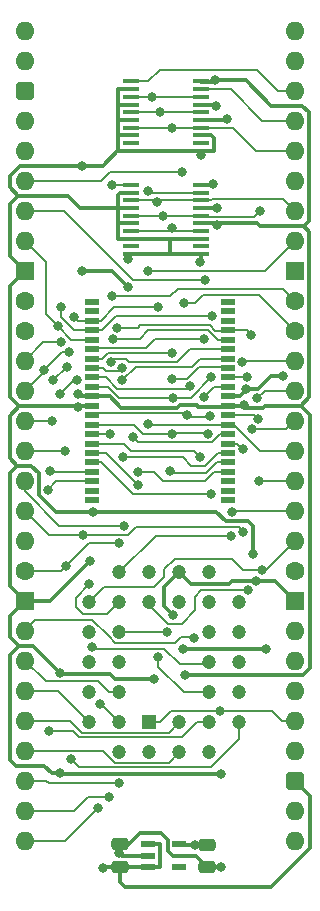
<source format=gtl>
%TF.GenerationSoftware,KiCad,Pcbnew,8.0.7*%
%TF.CreationDate,2025-01-03T14:28:41+02:00*%
%TF.ProjectId,HCP65 MPU Memory,48435036-3520-44d5-9055-204d656d6f72,V1*%
%TF.SameCoordinates,Original*%
%TF.FileFunction,Copper,L1,Top*%
%TF.FilePolarity,Positive*%
%FSLAX46Y46*%
G04 Gerber Fmt 4.6, Leading zero omitted, Abs format (unit mm)*
G04 Created by KiCad (PCBNEW 8.0.7) date 2025-01-03 14:28:41*
%MOMM*%
%LPD*%
G01*
G04 APERTURE LIST*
G04 Aperture macros list*
%AMRoundRect*
0 Rectangle with rounded corners*
0 $1 Rounding radius*
0 $2 $3 $4 $5 $6 $7 $8 $9 X,Y pos of 4 corners*
0 Add a 4 corners polygon primitive as box body*
4,1,4,$2,$3,$4,$5,$6,$7,$8,$9,$2,$3,0*
0 Add four circle primitives for the rounded corners*
1,1,$1+$1,$2,$3*
1,1,$1+$1,$4,$5*
1,1,$1+$1,$6,$7*
1,1,$1+$1,$8,$9*
0 Add four rect primitives between the rounded corners*
20,1,$1+$1,$2,$3,$4,$5,0*
20,1,$1+$1,$4,$5,$6,$7,0*
20,1,$1+$1,$6,$7,$8,$9,0*
20,1,$1+$1,$8,$9,$2,$3,0*%
G04 Aperture macros list end*
%TA.AperFunction,ComponentPad*%
%ADD10R,1.200000X1.200000*%
%TD*%
%TA.AperFunction,ComponentPad*%
%ADD11C,1.200000*%
%TD*%
%TA.AperFunction,SMDPad,CuDef*%
%ADD12R,1.150000X0.600000*%
%TD*%
%TA.AperFunction,SMDPad,CuDef*%
%ADD13RoundRect,0.250000X0.475000X-0.250000X0.475000X0.250000X-0.475000X0.250000X-0.475000X-0.250000X0*%
%TD*%
%TA.AperFunction,SMDPad,CuDef*%
%ADD14R,1.475000X0.450000*%
%TD*%
%TA.AperFunction,ComponentPad*%
%ADD15O,1.600000X1.600000*%
%TD*%
%TA.AperFunction,ComponentPad*%
%ADD16RoundRect,0.400000X-0.400000X-0.400000X0.400000X-0.400000X0.400000X0.400000X-0.400000X0.400000X0*%
%TD*%
%TA.AperFunction,ComponentPad*%
%ADD17R,1.600000X1.600000*%
%TD*%
%TA.AperFunction,ComponentPad*%
%ADD18C,1.600000*%
%TD*%
%TA.AperFunction,SMDPad,CuDef*%
%ADD19RoundRect,0.250000X-0.475000X0.250000X-0.475000X-0.250000X0.475000X-0.250000X0.475000X0.250000X0*%
%TD*%
%TA.AperFunction,SMDPad,CuDef*%
%ADD20R,1.295000X0.600000*%
%TD*%
%TA.AperFunction,ViaPad*%
%ADD21C,0.800000*%
%TD*%
%TA.AperFunction,Conductor*%
%ADD22C,0.380000*%
%TD*%
%TA.AperFunction,Conductor*%
%ADD23C,0.200000*%
%TD*%
G04 APERTURE END LIST*
D10*
%TO.P,IC46,1,A18*%
%TO.N,A18*%
X10541000Y-58547000D03*
D11*
%TO.P,IC46,2,A16*%
%TO.N,A16*%
X13081000Y-61087000D03*
%TO.P,IC46,3,A15*%
%TO.N,A15*%
X13081000Y-58547000D03*
%TO.P,IC46,4,A12*%
%TO.N,A12*%
X15621000Y-61087000D03*
%TO.P,IC46,5,A7*%
%TO.N,A7*%
X18161000Y-58547000D03*
%TO.P,IC46,6,A6*%
%TO.N,A6*%
X15621000Y-58547000D03*
%TO.P,IC46,7,A5*%
%TO.N,A5*%
X18161000Y-56007000D03*
%TO.P,IC46,8,A4*%
%TO.N,A4*%
X15621000Y-56007000D03*
%TO.P,IC46,9,A3*%
%TO.N,A3*%
X18161000Y-53467000D03*
%TO.P,IC46,10,A2*%
%TO.N,A2*%
X15621000Y-53467000D03*
%TO.P,IC46,11,A1*%
%TO.N,A1*%
X18161000Y-50927000D03*
%TO.P,IC46,12,A0*%
%TO.N,A0*%
X15621000Y-50927000D03*
%TO.P,IC46,13,DQ0*%
%TO.N,D0*%
X18161000Y-48387000D03*
%TO.P,IC46,14,DQ1*%
%TO.N,D1*%
X15621000Y-45847000D03*
%TO.P,IC46,15,DQ2*%
%TO.N,D2*%
X15621000Y-48387000D03*
%TO.P,IC46,16,GND*%
%TO.N,GND*%
X13081000Y-45847000D03*
%TO.P,IC46,17,DQ3*%
%TO.N,D3*%
X13081000Y-48387000D03*
%TO.P,IC46,18,DQ4*%
%TO.N,D4*%
X10541000Y-45847000D03*
%TO.P,IC46,19,DQ5*%
%TO.N,D5*%
X10541000Y-48387000D03*
%TO.P,IC46,20,DQ6*%
%TO.N,D6*%
X8001000Y-45847000D03*
%TO.P,IC46,21,DQ7*%
%TO.N,D7*%
X5461000Y-48387000D03*
%TO.P,IC46,22,~{CE}*%
%TO.N,~{ROM_{CS}}*%
X8001000Y-48387000D03*
%TO.P,IC46,23,A10*%
%TO.N,A10*%
X5461000Y-50927000D03*
%TO.P,IC46,24,~{OE}*%
%TO.N,~{RD}*%
X8001000Y-50927000D03*
%TO.P,IC46,25,A11*%
%TO.N,A11*%
X5461000Y-53467000D03*
%TO.P,IC46,26,A9*%
%TO.N,A9*%
X8001000Y-53467000D03*
%TO.P,IC46,27,A8*%
%TO.N,A8*%
X5461000Y-56007000D03*
%TO.P,IC46,28,A13*%
%TO.N,A13*%
X8001000Y-56007000D03*
%TO.P,IC46,29,A14*%
%TO.N,A14*%
X5461000Y-58547000D03*
%TO.P,IC46,30,A17*%
%TO.N,A17*%
X8001000Y-61087000D03*
%TO.P,IC46,31,~{WE}*%
%TO.N,~{WD}*%
X8001000Y-58547000D03*
%TO.P,IC46,32,3V*%
%TO.N,/3.3V*%
X10541000Y-61087000D03*
%TD*%
D12*
%TO.P,IC45,1,6VIn*%
%TO.N,5V*%
X10465000Y-68900000D03*
%TO.P,IC45,2,GND*%
%TO.N,GND*%
X10465000Y-69850000D03*
%TO.P,IC45,3,EN*%
%TO.N,5V*%
X10465000Y-70800000D03*
%TO.P,IC45,4,ADJ*%
%TO.N,unconnected-(IC45-ADJ-Pad4)*%
X13065000Y-70800000D03*
%TO.P,IC45,5,3.3VOut*%
%TO.N,/3.3V*%
X13065000Y-68900000D03*
%TD*%
D13*
%TO.P,C49,1*%
%TO.N,5V*%
X8082000Y-70784000D03*
%TO.P,C49,2*%
%TO.N,GND*%
X8082000Y-68884000D03*
%TD*%
D14*
%TO.P,IC5,1,~{1OE}*%
%TO.N,~{RAM_{CS}}*%
X9000000Y-13077000D03*
%TO.P,IC5,2,1A0*%
%TO.N,GND*%
X9000000Y-13727000D03*
%TO.P,IC5,3,2Y0*%
%TO.N,CH0_{OUT}*%
X9000000Y-14377000D03*
%TO.P,IC5,4,1A1*%
%TO.N,GND*%
X9000000Y-15027000D03*
%TO.P,IC5,5,2Y1*%
%TO.N,CH1_{OUT}*%
X9000000Y-15677000D03*
%TO.P,IC5,6,1A2*%
%TO.N,GND*%
X9000000Y-16327000D03*
%TO.P,IC5,7,2Y2*%
%TO.N,CH2_{OUT}*%
X9000000Y-16977000D03*
%TO.P,IC5,8,1A3*%
%TO.N,GND*%
X9000000Y-17627000D03*
%TO.P,IC5,9,2Y3*%
%TO.N,unconnected-(IC5-2Y3-Pad9)*%
X9000000Y-18277000D03*
%TO.P,IC5,10,GND*%
%TO.N,GND*%
X9000000Y-18927000D03*
%TO.P,IC5,11,2A3*%
X14876000Y-18927000D03*
%TO.P,IC5,12,1Y3*%
%TO.N,unconnected-(IC5-1Y3-Pad12)*%
X14876000Y-18277000D03*
%TO.P,IC5,13,2A2*%
%TO.N,GND*%
X14876000Y-17627000D03*
%TO.P,IC5,14,1Y2*%
%TO.N,CH2_{OUT}*%
X14876000Y-16977000D03*
%TO.P,IC5,15,2A1*%
%TO.N,/3.3V*%
X14876000Y-16327000D03*
%TO.P,IC5,16,1Y1*%
%TO.N,CH1_{OUT}*%
X14876000Y-15677000D03*
%TO.P,IC5,17,2A0*%
%TO.N,/3.3V*%
X14876000Y-15027000D03*
%TO.P,IC5,18,1Y0*%
%TO.N,CH0_{OUT}*%
X14876000Y-14377000D03*
%TO.P,IC5,19,~{2OE}*%
%TO.N,~{ROM_{CS}}*%
X14876000Y-13727000D03*
%TO.P,IC5,20,3V*%
%TO.N,/3.3V*%
X14876000Y-13077000D03*
%TD*%
D15*
%TO.P,J8,1,Pin_1*%
%TO.N,unconnected-(J8-Pin_1-Pad1)*%
X0Y0D03*
%TO.P,J8,2,Pin_2*%
%TO.N,unconnected-(J8-Pin_2-Pad2)*%
X0Y-2540000D03*
D16*
%TO.P,J8,3,Pin_3*%
%TO.N,5V*%
X0Y-5080000D03*
D15*
%TO.P,J8,4,Pin_4*%
%TO.N,unconnected-(J8-Pin_4-Pad4)*%
X0Y-7620000D03*
%TO.P,J8,5,Pin_5*%
%TO.N,unconnected-(J8-Pin_5-Pad5)*%
X0Y-10160000D03*
%TO.P,J8,6,Pin_6*%
%TO.N,A0*%
X0Y-12700000D03*
%TO.P,J8,7,Pin_7*%
%TO.N,A1*%
X0Y-15240000D03*
%TO.P,J8,8,Pin_8*%
%TO.N,A2*%
X0Y-17780000D03*
D17*
%TO.P,J8,9,Pin_9*%
%TO.N,GND*%
X0Y-20320000D03*
D18*
%TO.P,J8,10,Pin_10*%
%TO.N,A3*%
X0Y-22860000D03*
%TO.P,J8,11,Pin_11*%
%TO.N,A4*%
X0Y-25400000D03*
D15*
%TO.P,J8,12,Pin_12*%
%TO.N,A5*%
X0Y-27940000D03*
%TO.P,J8,13,Pin_13*%
%TO.N,A6*%
X0Y-30480000D03*
%TO.P,J8,14,Pin_14*%
%TO.N,A7*%
X0Y-33020000D03*
%TO.P,J8,15,Pin_15*%
%TO.N,A8*%
X0Y-35560000D03*
%TO.P,J8,16,Pin_16*%
%TO.N,A9*%
X0Y-38100000D03*
%TO.P,J8,17,Pin_17*%
%TO.N,A10*%
X0Y-40640000D03*
%TO.P,J8,18,Pin_18*%
%TO.N,unconnected-(J8-Pin_18-Pad18)*%
X0Y-43180000D03*
D18*
%TO.P,J8,19,Pin_19*%
%TO.N,A11*%
X0Y-45720000D03*
D17*
%TO.P,J8,20,Pin_20*%
%TO.N,GND*%
X0Y-48260000D03*
D15*
%TO.P,J8,21,Pin_21*%
%TO.N,A12*%
X0Y-50800000D03*
%TO.P,J8,22,Pin_22*%
%TO.N,A13*%
X0Y-53340000D03*
%TO.P,J8,23,Pin_23*%
%TO.N,A14*%
X0Y-55880000D03*
%TO.P,J8,24,Pin_24*%
%TO.N,A15*%
X0Y-58420000D03*
%TO.P,J8,25,Pin_25*%
%TO.N,A16*%
X0Y-60960000D03*
%TO.P,J8,26,Pin_26*%
%TO.N,A17*%
X0Y-63500000D03*
%TO.P,J8,27,Pin_27*%
%TO.N,~{WD}*%
X0Y-66040000D03*
%TO.P,J8,28,Pin_28*%
%TO.N,~{RD}*%
X0Y-68580000D03*
%TO.P,J8,29,Pin_29*%
%TO.N,unconnected-(J8-Pin_29-Pad29)*%
X22860000Y-68580000D03*
%TO.P,J8,30,Pin_30*%
%TO.N,unconnected-(J8-Pin_30-Pad30)*%
X22860000Y-66040000D03*
D16*
%TO.P,J8,31,Pin_31*%
%TO.N,5V*%
X22860000Y-63500000D03*
D15*
%TO.P,J8,32,Pin_32*%
%TO.N,unconnected-(J8-Pin_32-Pad32)*%
X22860000Y-60960000D03*
%TO.P,J8,33,Pin_33*%
%TO.N,A18*%
X22860000Y-58420000D03*
%TO.P,J8,34,Pin_34*%
%TO.N,unconnected-(J8-Pin_34-Pad34)*%
X22860000Y-55880000D03*
%TO.P,J8,35,Pin_35*%
%TO.N,unconnected-(J8-Pin_35-Pad35)*%
X22860000Y-53340000D03*
%TO.P,J8,36,Pin_36*%
%TO.N,unconnected-(J8-Pin_36-Pad36)*%
X22860000Y-50800000D03*
D17*
%TO.P,J8,37,Pin_37*%
%TO.N,GND*%
X22860000Y-48260000D03*
D18*
%TO.P,J8,38,Pin_38*%
%TO.N,unconnected-(J8-Pin_38-Pad38)*%
X22860000Y-45720000D03*
D15*
%TO.P,J8,39,Pin_39*%
%TO.N,D7*%
X22860000Y-43180000D03*
%TO.P,J8,40,Pin_40*%
%TO.N,D6*%
X22860000Y-40640000D03*
%TO.P,J8,41,Pin_41*%
%TO.N,D5*%
X22860000Y-38100000D03*
%TO.P,J8,42,Pin_42*%
%TO.N,D4*%
X22860000Y-35560000D03*
%TO.P,J8,43,Pin_43*%
%TO.N,D3*%
X22860000Y-33020000D03*
%TO.P,J8,44,Pin_44*%
%TO.N,D2*%
X22860000Y-30480000D03*
%TO.P,J8,45,Pin_45*%
%TO.N,D1*%
X22860000Y-27940000D03*
D18*
%TO.P,J8,46,Pin_46*%
%TO.N,D0*%
X22860000Y-25400000D03*
%TO.P,J8,47,Pin_47*%
%TO.N,~{RAM_{CS}}*%
X22860000Y-22860000D03*
D17*
%TO.P,J8,48,Pin_48*%
%TO.N,GND*%
X22860000Y-20320000D03*
D15*
%TO.P,J8,49,Pin_49*%
%TO.N,~{ROM_{CS}}*%
X22860000Y-17780000D03*
%TO.P,J8,50,Pin_50*%
%TO.N,CH0_{OUT}*%
X22860000Y-15240000D03*
%TO.P,J8,51,Pin_51*%
%TO.N,CH1_{OUT}*%
X22860000Y-12700000D03*
%TO.P,J8,52,Pin_52*%
%TO.N,CH2_{OUT}*%
X22860000Y-10160000D03*
%TO.P,J8,53,Pin_53*%
%TO.N,~{Special}*%
X22860000Y-7620000D03*
%TO.P,J8,54,Pin_54*%
%TO.N,~{Main}*%
X22860000Y-5080000D03*
%TO.P,J8,55,Pin_55*%
%TO.N,unconnected-(J8-Pin_55-Pad55)*%
X22860000Y-2540000D03*
%TO.P,J8,56,Pin_56*%
%TO.N,unconnected-(J8-Pin_56-Pad56)*%
X22860000Y0D03*
%TD*%
D14*
%TO.P,IC1,1,~{1OE}*%
%TO.N,~{Main}*%
X9000000Y-4314000D03*
%TO.P,IC1,2,1A0*%
%TO.N,GND*%
X9000000Y-4964000D03*
%TO.P,IC1,3,2Y0*%
%TO.N,CH0_{OUT}*%
X9000000Y-5614000D03*
%TO.P,IC1,4,1A1*%
%TO.N,GND*%
X9000000Y-6264000D03*
%TO.P,IC1,5,2Y1*%
%TO.N,CH1_{OUT}*%
X9000000Y-6914000D03*
%TO.P,IC1,6,1A2*%
%TO.N,GND*%
X9000000Y-7564000D03*
%TO.P,IC1,7,2Y2*%
%TO.N,CH2_{OUT}*%
X9000000Y-8214000D03*
%TO.P,IC1,8,1A3*%
%TO.N,GND*%
X9000000Y-8864000D03*
%TO.P,IC1,9,2Y3*%
%TO.N,unconnected-(IC1-2Y3-Pad9)*%
X9000000Y-9514000D03*
%TO.P,IC1,10,GND*%
%TO.N,GND*%
X9000000Y-10164000D03*
%TO.P,IC1,11,2A3*%
X14876000Y-10164000D03*
%TO.P,IC1,12,1Y3*%
%TO.N,unconnected-(IC1-1Y3-Pad12)*%
X14876000Y-9514000D03*
%TO.P,IC1,13,2A2*%
%TO.N,GND*%
X14876000Y-8864000D03*
%TO.P,IC1,14,1Y2*%
%TO.N,CH2_{OUT}*%
X14876000Y-8214000D03*
%TO.P,IC1,15,2A1*%
%TO.N,GND*%
X14876000Y-7564000D03*
%TO.P,IC1,16,1Y1*%
%TO.N,CH1_{OUT}*%
X14876000Y-6914000D03*
%TO.P,IC1,17,2A0*%
%TO.N,/3.3V*%
X14876000Y-6264000D03*
%TO.P,IC1,18,1Y0*%
%TO.N,CH0_{OUT}*%
X14876000Y-5614000D03*
%TO.P,IC1,19,~{2OE}*%
%TO.N,~{Special}*%
X14876000Y-4964000D03*
%TO.P,IC1,20,3V*%
%TO.N,/3.3V*%
X14876000Y-4314000D03*
%TD*%
D19*
%TO.P,C50,1*%
%TO.N,/3.3V*%
X15448000Y-68916000D03*
%TO.P,C50,2*%
%TO.N,GND*%
X15448000Y-70816000D03*
%TD*%
D20*
%TO.P,IC25,1,N.C.*%
%TO.N,unconnected-(IC25-N.C.-Pad1)*%
X5702000Y-22969000D03*
%TO.P,IC25,2,N.C.*%
%TO.N,unconnected-(IC25-N.C.-Pad2)*%
X5702000Y-23769000D03*
%TO.P,IC25,3,A4*%
%TO.N,A4*%
X5702000Y-24569000D03*
%TO.P,IC25,4,A3*%
%TO.N,A3*%
X5702000Y-25369000D03*
%TO.P,IC25,5,A2*%
%TO.N,A2*%
X5702000Y-26169000D03*
%TO.P,IC25,6,A1*%
%TO.N,A1*%
X5702000Y-26969000D03*
%TO.P,IC25,7,A0*%
%TO.N,A0*%
X5702000Y-27769000D03*
%TO.P,IC25,8,~{CE}*%
%TO.N,~{RAM_{CS}}*%
X5702000Y-28569000D03*
%TO.P,IC25,9,D0*%
%TO.N,D0*%
X5702000Y-29369000D03*
%TO.P,IC25,10,D1*%
%TO.N,D1*%
X5702000Y-30169000D03*
%TO.P,IC25,11,3V*%
%TO.N,/3.3V*%
X5702000Y-30969000D03*
%TO.P,IC25,12,GND*%
%TO.N,GND*%
X5702000Y-31769000D03*
%TO.P,IC25,13,D2*%
%TO.N,D2*%
X5702000Y-32569000D03*
%TO.P,IC25,14,D3*%
%TO.N,D3*%
X5702000Y-33369000D03*
%TO.P,IC25,15,~{WE}*%
%TO.N,~{WD}*%
X5702000Y-34169000D03*
%TO.P,IC25,16,A18*%
%TO.N,A18*%
X5702000Y-34969000D03*
%TO.P,IC25,17,A17*%
%TO.N,A17*%
X5702000Y-35769000D03*
%TO.P,IC25,18,A16*%
%TO.N,A16*%
X5702000Y-36569000D03*
%TO.P,IC25,19,A15*%
%TO.N,A15*%
X5702000Y-37369000D03*
%TO.P,IC25,20,A14*%
%TO.N,A14*%
X5702000Y-38169000D03*
%TO.P,IC25,21,N.C.*%
%TO.N,unconnected-(IC25-N.C.-Pad21)*%
X5702000Y-38969000D03*
%TO.P,IC25,22,N.C.*%
%TO.N,unconnected-(IC25-N.C.-Pad22)*%
X5702000Y-39769000D03*
%TO.P,IC25,23,N.C.*%
%TO.N,unconnected-(IC25-N.C.-Pad23)*%
X17158000Y-39769000D03*
%TO.P,IC25,24,N.C.*%
%TO.N,unconnected-(IC25-N.C.-Pad24)*%
X17158000Y-38969000D03*
%TO.P,IC25,25,N.C.*%
%TO.N,unconnected-(IC25-N.C.-Pad25)*%
X17158000Y-38169000D03*
%TO.P,IC25,26,A13*%
%TO.N,A13*%
X17158000Y-37369000D03*
%TO.P,IC25,27,A12*%
%TO.N,A12*%
X17158000Y-36569000D03*
%TO.P,IC25,28,A11*%
%TO.N,A11*%
X17158000Y-35769000D03*
%TO.P,IC25,29,A10*%
%TO.N,A10*%
X17158000Y-34969000D03*
%TO.P,IC25,30,A9*%
%TO.N,A9*%
X17158000Y-34169000D03*
%TO.P,IC25,31,D4*%
%TO.N,D4*%
X17158000Y-33369000D03*
%TO.P,IC25,32,D5*%
%TO.N,D5*%
X17158000Y-32569000D03*
%TO.P,IC25,33,3V*%
%TO.N,/3.3V*%
X17158000Y-31769000D03*
%TO.P,IC25,34,GND*%
%TO.N,GND*%
X17158000Y-30969000D03*
%TO.P,IC25,35,D6*%
%TO.N,D6*%
X17158000Y-30169000D03*
%TO.P,IC25,36,D7*%
%TO.N,D7*%
X17158000Y-29369000D03*
%TO.P,IC25,37,~{OE}*%
%TO.N,~{RD}*%
X17158000Y-28569000D03*
%TO.P,IC25,38,A8*%
%TO.N,A8*%
X17158000Y-27769000D03*
%TO.P,IC25,39,A7*%
%TO.N,A7*%
X17158000Y-26969000D03*
%TO.P,IC25,40,A6*%
%TO.N,A6*%
X17158000Y-26169000D03*
%TO.P,IC25,41,A5*%
%TO.N,A5*%
X17158000Y-25369000D03*
%TO.P,IC25,42,N.C.*%
%TO.N,unconnected-(IC25-N.C.-Pad42)*%
X17158000Y-24569000D03*
%TO.P,IC25,43,N.C.*%
%TO.N,unconnected-(IC25-N.C.-Pad43)*%
X17158000Y-23769000D03*
%TO.P,IC25,44,N.C.*%
%TO.N,unconnected-(IC25-N.C.-Pad44)*%
X17158000Y-22969000D03*
%TD*%
D21*
%TO.N,/3.3V*%
X14432000Y-68961000D03*
X15930084Y-12992317D03*
X18515525Y-31723525D03*
X13572492Y-54593496D03*
X16184000Y-6359321D03*
X16305000Y-14986000D03*
X16256000Y-16498000D03*
X16129000Y-4214000D03*
X4512314Y-30731022D03*
%TO.N,5V*%
X6604000Y-70866000D03*
%TO.N,GND*%
X2986006Y-62865000D03*
X3012603Y-54356995D03*
X5498233Y-44875388D03*
X4513000Y-31877000D03*
X17145000Y-7493000D03*
X4826001Y-20320001D03*
X12562719Y-49478593D03*
X14859000Y-19557982D03*
X4826000Y-11430000D03*
X8763000Y-19304000D03*
X10921996Y-54864000D03*
X19304000Y-44323004D03*
X16637000Y-70816000D03*
X8001000Y-69596000D03*
X19558000Y-46609000D03*
X14876000Y-10541000D03*
X21843999Y-29209999D03*
X13410856Y-52324007D03*
X5727000Y-40767000D03*
X8762998Y-21717000D03*
X16637000Y-62914000D03*
X20393387Y-52324000D03*
X18722475Y-30334296D03*
%TO.N,A4*%
X11303000Y-53052000D03*
X11303000Y-23438002D03*
X4191000Y-24257000D03*
%TO.N,A3*%
X3048000Y-23368000D03*
X15875000Y-24130000D03*
%TO.N,A2*%
X5651000Y-52197000D03*
X2762513Y-25023331D03*
%TO.N,A1*%
X15240006Y-21094000D03*
X15188501Y-26097248D03*
%TO.N,A0*%
X13335000Y-11938000D03*
X12446000Y-27305000D03*
%TO.N,~{RAM_{CS}}*%
X7369996Y-13077004D03*
X7366018Y-22479000D03*
X8254998Y-28528998D03*
%TO.N,D0*%
X13433000Y-23043686D03*
X14019000Y-30099000D03*
%TO.N,D1*%
X12548000Y-31079000D03*
X15770571Y-29364429D03*
X18405003Y-28037486D03*
%TO.N,D2*%
X19690000Y-31131694D03*
X13690697Y-32512000D03*
X15643621Y-32662408D03*
%TO.N,D3*%
X12446000Y-34163000D03*
X15540697Y-34166000D03*
X19261911Y-33757191D03*
%TO.N,~{WD}*%
X6401000Y-57023000D03*
X7112000Y-64897000D03*
X7239000Y-34169000D03*
%TO.N,A18*%
X14859002Y-36068002D03*
X16521000Y-57642889D03*
%TO.N,A17*%
X8001000Y-63704000D03*
X9610192Y-38481000D03*
%TO.N,A16*%
X15747994Y-39243000D03*
%TO.N,A15*%
X2105248Y-37264752D03*
%TO.N,A14*%
X1986915Y-38858484D03*
%TO.N,A13*%
X9569661Y-37382661D03*
%TO.N,A12*%
X12305339Y-37286661D03*
X14277783Y-51435000D03*
%TO.N,A11*%
X8319926Y-36130072D03*
X7989000Y-43391769D03*
X3461002Y-45339000D03*
%TO.N,A10*%
X18464000Y-35433004D03*
X18464000Y-42418000D03*
X4887000Y-42672000D03*
%TO.N,A9*%
X9144000Y-34417000D03*
X8389000Y-41910000D03*
%TO.N,D4*%
X10405000Y-33318170D03*
%TO.N,D5*%
X19733782Y-32875522D03*
X18923000Y-47407172D03*
X19812000Y-38100000D03*
%TO.N,D6*%
X17473838Y-42767407D03*
X15145492Y-31044519D03*
X17526000Y-40767000D03*
%TO.N,D7*%
X18796000Y-29337000D03*
X20091593Y-45664123D03*
%TO.N,~{RD}*%
X12446000Y-29464000D03*
X12003000Y-50927000D03*
X6223000Y-65786000D03*
%TO.N,A8*%
X3429000Y-35560006D03*
X2983000Y-30734000D03*
X8255011Y-29579000D03*
X4432986Y-29579000D03*
%TO.N,A7*%
X7294466Y-28053750D03*
X3556000Y-28451000D03*
X2413000Y-29591000D03*
X2289361Y-33020000D03*
X3879001Y-61710000D03*
%TO.N,A6*%
X3750985Y-27208297D03*
X1589361Y-28721955D03*
X2032000Y-59309000D03*
X7455314Y-26107724D03*
%TO.N,A5*%
X19177000Y-25781000D03*
X7807302Y-25171860D03*
X3052900Y-26374380D03*
%TO.N,~{ROM_{CS}}*%
X10414000Y-20344000D03*
X10414000Y-13609846D03*
X5461000Y-46863000D03*
%TO.N,CH0_{OUT}*%
X10795000Y-5614000D03*
X11188000Y-14478000D03*
%TO.N,CH1_{OUT}*%
X11430000Y-6914000D03*
X11698012Y-15677002D03*
X19939003Y-15240003D03*
%TO.N,CH2_{OUT}*%
X12414998Y-16690990D03*
X12415000Y-8214000D03*
%TD*%
D22*
%TO.N,/3.3V*%
X7183698Y-30969000D02*
X5702000Y-30969000D01*
X24130000Y-53987229D02*
X23523733Y-54593496D01*
X13092940Y-31722000D02*
X12895940Y-31919000D01*
X14432000Y-68961000D02*
X13126000Y-68961000D01*
X18692000Y-4214000D02*
X16129000Y-4214000D01*
X8133698Y-31919000D02*
X7183698Y-30969000D01*
X20828000Y-6350000D02*
X18692000Y-4214000D01*
X24130000Y-32512000D02*
X24130000Y-53987229D01*
X14876000Y-16327000D02*
X16085000Y-16327000D01*
X23368000Y-31750000D02*
X24050000Y-31068000D01*
X24050000Y-31068000D02*
X24050000Y-17018000D01*
X14876000Y-15027000D02*
X16264000Y-15027000D01*
X23495000Y-6350000D02*
X20828000Y-6350000D01*
X14876000Y-13077000D02*
X15845401Y-13077000D01*
X20317101Y-31750000D02*
X23368000Y-31750000D01*
X23368000Y-31750000D02*
X24130000Y-32512000D01*
X5702000Y-30969000D02*
X4750292Y-30969000D01*
X16088679Y-6264000D02*
X16184000Y-6359321D01*
X20145407Y-31921694D02*
X20317101Y-31750000D01*
X14432000Y-68961000D02*
X15403000Y-68961000D01*
X24050000Y-17018000D02*
X23622000Y-16590000D01*
X14880000Y-4318000D02*
X16025000Y-4318000D01*
X4750292Y-30969000D02*
X4512314Y-30731022D01*
X14532060Y-31722000D02*
X13092940Y-31722000D01*
X19676000Y-16327000D02*
X16427000Y-16327000D01*
X12895940Y-31919000D02*
X8133698Y-31919000D01*
X24050000Y-6905000D02*
X23495000Y-6350000D01*
X15845401Y-13077000D02*
X15930084Y-12992317D01*
X16998481Y-31834519D02*
X14644579Y-31834519D01*
X19939000Y-16590000D02*
X19676000Y-16327000D01*
X24050000Y-16162000D02*
X24050000Y-6905000D01*
X16025000Y-4318000D02*
X16129000Y-4214000D01*
X18713694Y-31921694D02*
X20145407Y-31921694D01*
X23523733Y-54593496D02*
X13572492Y-54593496D01*
X14644579Y-31834519D02*
X14532060Y-31722000D01*
X16427000Y-16327000D02*
X16256000Y-16498000D01*
X14876000Y-6264000D02*
X16088679Y-6264000D01*
X16264000Y-15027000D02*
X16305000Y-14986000D01*
X18470050Y-31769000D02*
X18515525Y-31723525D01*
X23622000Y-16590000D02*
X19939000Y-16590000D01*
X23622000Y-16590000D02*
X24050000Y-16162000D01*
X18515525Y-31723525D02*
X18713694Y-31921694D01*
X17158000Y-31769000D02*
X18470050Y-31769000D01*
X16085000Y-16327000D02*
X16256000Y-16498000D01*
%TO.N,5V*%
X6686000Y-70784000D02*
X6604000Y-70866000D01*
X8082000Y-70784000D02*
X6686000Y-70784000D01*
X24175000Y-69170000D02*
X24175000Y-64815000D01*
X11420000Y-70800000D02*
X10465000Y-70800000D01*
X8082000Y-72090000D02*
X8509000Y-72517000D01*
X8082000Y-70784000D02*
X8082000Y-72090000D01*
X24175000Y-64815000D02*
X22860000Y-63500000D01*
X11430000Y-70790000D02*
X11420000Y-70800000D01*
X20828000Y-72517000D02*
X24175000Y-69170000D01*
X11430000Y-68910000D02*
X11430000Y-70790000D01*
X10465000Y-68900000D02*
X11420000Y-68900000D01*
X11420000Y-68900000D02*
X11430000Y-68910000D01*
X10465000Y-70800000D02*
X8098000Y-70800000D01*
X8509000Y-72517000D02*
X20828000Y-72517000D01*
%TO.N,GND*%
X4513000Y-31877000D02*
X4466000Y-31830000D01*
X7882500Y-16327000D02*
X9000000Y-16327000D01*
X6596500Y-11430000D02*
X4826000Y-11430000D01*
X3138608Y-54483000D02*
X3012603Y-54356995D01*
X7872500Y-7574000D02*
X7882500Y-7564000D01*
X725612Y-52070000D02*
X3012603Y-54356991D01*
X8840000Y-68884000D02*
X9779000Y-67945000D01*
X18185500Y-30969000D02*
X18722475Y-30432025D01*
X18923000Y-41559000D02*
X17012374Y-41559000D01*
X-1270000Y-31052915D02*
X-1270000Y-21590000D01*
X16003500Y-9096964D02*
X15770536Y-8864000D01*
X-1270000Y-19050000D02*
X0Y-20320000D01*
X10537000Y-18927000D02*
X9000000Y-18927000D01*
X11811000Y-48726874D02*
X11811000Y-47117000D01*
X8082000Y-68884000D02*
X8840000Y-68884000D01*
X12100000Y-68534000D02*
X12100000Y-69423000D01*
X2113621Y-48260000D02*
X5498233Y-44875388D01*
X-1270000Y-51308000D02*
X-1270000Y-49530000D01*
X7239000Y-54483000D02*
X3138608Y-54483000D01*
X14876000Y-18927000D02*
X14876000Y-19540982D01*
X20828001Y-29209999D02*
X21843999Y-29209999D01*
X14876000Y-10164000D02*
X15993500Y-10164000D01*
X7907500Y-8864000D02*
X7872500Y-8829000D01*
X7872500Y-16317000D02*
X7872500Y-15062000D01*
X7882500Y-7564000D02*
X7872500Y-7554000D01*
X0Y-48260000D02*
X2113621Y-48260000D01*
X11811000Y-47117000D02*
X13081000Y-45847000D01*
X7907500Y-15027000D02*
X9000000Y-15027000D01*
X-1270000Y-21590000D02*
X0Y-20320000D01*
X7872500Y-4974000D02*
X7882500Y-4964000D01*
X15770536Y-8864000D02*
X14876000Y-8864000D01*
X16636998Y-62914002D02*
X16637000Y-62914000D01*
X7872500Y-10154000D02*
X7872500Y-8899000D01*
X12562719Y-49478593D02*
X11811000Y-48726874D01*
X8255000Y-69850000D02*
X10465000Y-69850000D01*
X-1270000Y-32607085D02*
X-1270000Y-36195000D01*
X19304000Y-41940000D02*
X18923000Y-41559000D01*
X7872500Y-10154000D02*
X6596500Y-11430000D01*
X7907500Y-8864000D02*
X9000000Y-8864000D01*
X16220374Y-40767000D02*
X5727000Y-40767000D01*
X8034940Y-13727000D02*
X9000000Y-13727000D01*
X7907500Y-15027000D02*
X7872500Y-14992000D01*
X7872500Y-17617000D02*
X7872500Y-16337000D01*
X-412915Y-52070000D02*
X725612Y-52070000D01*
X7958500Y-6264000D02*
X9000000Y-6264000D01*
X7872500Y-7554000D02*
X7872500Y-6350000D01*
X-508000Y-52070000D02*
X-1270000Y-52832000D01*
X2286000Y-62865000D02*
X2986006Y-62865000D01*
X8001000Y-69596000D02*
X8255000Y-69850000D01*
X-555000Y-13970000D02*
X-1270000Y-14685000D01*
X10921996Y-54864000D02*
X7620000Y-54864000D01*
X4705000Y-14992000D02*
X3683000Y-13970000D01*
X2986006Y-62865000D02*
X3035008Y-62914002D01*
X9000000Y-17627000D02*
X7882500Y-17627000D01*
X-1270000Y-13255000D02*
X-555000Y-13970000D01*
X7882500Y-16327000D02*
X7872500Y-16317000D01*
X7872500Y-8829000D02*
X7872500Y-7574000D01*
X21209000Y-46609000D02*
X19558000Y-46609000D01*
X7872500Y-16337000D02*
X7882500Y-16327000D01*
X12319000Y-18927000D02*
X10545000Y-18927000D01*
X-1270000Y-37465000D02*
X-1270000Y-46990000D01*
X15993500Y-10164000D02*
X16003500Y-10154000D01*
X14876000Y-18927000D02*
X12319000Y-18927000D01*
X13081000Y-45847000D02*
X14071000Y-46837000D01*
X-1270000Y-14685000D02*
X-1270000Y-19050000D01*
X-492915Y-31830000D02*
X-1270000Y-32607085D01*
X3035008Y-62914002D02*
X16636998Y-62914002D01*
X15448000Y-70816000D02*
X16637000Y-70816000D01*
X7872500Y-6350000D02*
X7958500Y-6264000D01*
X3012603Y-54356991D02*
X3012603Y-54356995D01*
X4466000Y-31830000D02*
X-492915Y-31830000D01*
X10545000Y-18927000D02*
X10541000Y-18923000D01*
X11511000Y-67945000D02*
X12100000Y-68534000D01*
X-1270000Y-12274000D02*
X-1270000Y-13255000D01*
X-426000Y-11430000D02*
X4826000Y-11430000D01*
X12319000Y-18927000D02*
X12319000Y-17627000D01*
X18722475Y-30334296D02*
X19703704Y-30334296D01*
X7872500Y-14992000D02*
X4705000Y-14992000D01*
X17074000Y-7564000D02*
X17145000Y-7493000D01*
X-492915Y-31830000D02*
X-1270000Y-31052915D01*
X17158000Y-30969000D02*
X18185500Y-30969000D01*
X7872500Y-6229000D02*
X7872500Y-4974000D01*
X14876000Y-10164000D02*
X14876000Y-10541000D01*
X14482000Y-69850000D02*
X15448000Y-70816000D01*
X7882500Y-7564000D02*
X9000000Y-7564000D01*
X7872500Y-14992000D02*
X7872500Y-13889440D01*
X7882500Y-17627000D02*
X7872500Y-17617000D01*
X7958500Y-6264000D02*
X7907500Y-6264000D01*
X9779000Y-67945000D02*
X11511000Y-67945000D01*
X17272000Y-46837000D02*
X17500000Y-46609000D01*
X16003500Y-10154000D02*
X16003500Y-9096964D01*
X17012374Y-41559000D02*
X16220374Y-40767000D01*
X19703704Y-30334296D02*
X20828001Y-29209999D01*
X7907500Y-6264000D02*
X7872500Y-6229000D01*
X1190000Y-39334940D02*
X2622060Y-40767000D01*
X-762000Y-62230000D02*
X1651000Y-62230000D01*
X7872500Y-8899000D02*
X7907500Y-8864000D01*
X20393387Y-52324000D02*
X13410863Y-52324000D01*
X14876000Y-7564000D02*
X17074000Y-7564000D01*
X19304000Y-44323004D02*
X19304000Y-41940000D01*
X12527000Y-69850000D02*
X14482000Y-69850000D01*
X-508000Y-52070000D02*
X-1270000Y-51308000D01*
X-635000Y-36830000D02*
X-1270000Y-37465000D01*
X17500000Y-46609000D02*
X19558000Y-46609000D01*
X-635000Y-36830000D02*
X555000Y-36830000D01*
X-1270000Y-46990000D02*
X0Y-48260000D01*
X7882500Y-4964000D02*
X9000000Y-4964000D01*
X9000000Y-10164000D02*
X7882500Y-10164000D01*
X7872500Y-15062000D02*
X7907500Y-15027000D01*
X2622060Y-40767000D02*
X5727000Y-40767000D01*
X22860000Y-48260000D02*
X21209000Y-46609000D01*
X1190000Y-37465000D02*
X1190000Y-39334940D01*
X14071000Y-46837000D02*
X17272000Y-46837000D01*
X14876000Y-19540982D02*
X14859000Y-19557982D01*
X1651000Y-62230000D02*
X2286000Y-62865000D01*
X7365999Y-20320001D02*
X4826001Y-20320001D01*
X7882500Y-10164000D02*
X7872500Y-10154000D01*
X-426000Y-11430000D02*
X-1270000Y-12274000D01*
X18722475Y-30432025D02*
X18722475Y-30334296D01*
X-1270000Y-49530000D02*
X0Y-48260000D01*
X-1270000Y-36195000D02*
X-635000Y-36830000D01*
X-412915Y-52070000D02*
X-508000Y-52070000D01*
X14876000Y-17627000D02*
X12319000Y-17627000D01*
X10541000Y-18923000D02*
X10537000Y-18927000D01*
X555000Y-36830000D02*
X1190000Y-37465000D01*
X-1270000Y-61722000D02*
X-762000Y-62230000D01*
X8762998Y-21717000D02*
X7365999Y-20320001D01*
X12319000Y-17627000D02*
X9000000Y-17627000D01*
X5702000Y-31769000D02*
X4621000Y-31769000D01*
X13410863Y-52324000D02*
X13410856Y-52324007D01*
X4621000Y-31769000D02*
X4513000Y-31877000D01*
X7872500Y-13889440D02*
X8034940Y-13727000D01*
X3683000Y-13970000D02*
X-555000Y-13970000D01*
X-1270000Y-52832000D02*
X-1270000Y-61722000D01*
X12100000Y-69423000D02*
X12527000Y-69850000D01*
X7620000Y-54864000D02*
X7239000Y-54483000D01*
X9000000Y-10164000D02*
X14876000Y-10164000D01*
D23*
%TO.N,A4*%
X5702000Y-24569000D02*
X4503000Y-24569000D01*
X11303000Y-53848000D02*
X13462000Y-56007000D01*
X13462000Y-56007000D02*
X15621000Y-56007000D01*
X11303000Y-53052000D02*
X11303000Y-53848000D01*
X6457037Y-24569000D02*
X7588035Y-23438002D01*
X7588035Y-23438002D02*
X11303000Y-23438002D01*
X5702000Y-24569000D02*
X6457037Y-24569000D01*
X4503000Y-24569000D02*
X4191000Y-24257000D01*
%TO.N,A3*%
X15818145Y-24186855D02*
X15875000Y-24130000D01*
X5702000Y-25369000D02*
X4168843Y-25369000D01*
X6549500Y-25369000D02*
X7731645Y-24186855D01*
X7731645Y-24186855D02*
X15818145Y-24186855D01*
X5702000Y-25369000D02*
X6549500Y-25369000D01*
X3048000Y-24248157D02*
X3048000Y-23368000D01*
X4168843Y-25369000D02*
X3048000Y-24248157D01*
%TO.N,A2*%
X11811000Y-52324000D02*
X5778000Y-52324000D01*
X5702000Y-26169000D02*
X3908182Y-26169000D01*
X2762513Y-25023331D02*
X1778000Y-24038818D01*
X3908182Y-26169000D02*
X2762513Y-25023331D01*
X1778000Y-24038818D02*
X1778000Y-19558000D01*
X15466718Y-53621282D02*
X13108282Y-53621282D01*
X13108282Y-53621282D02*
X11811000Y-52324000D01*
X5778000Y-52324000D02*
X5651000Y-52197000D01*
X1778000Y-19558000D02*
X0Y-17780000D01*
%TO.N,A1*%
X0Y-15240000D02*
X3302000Y-15240000D01*
X9156000Y-21094000D02*
X15240006Y-21094000D01*
X3302000Y-15240000D02*
X9156000Y-21094000D01*
X10252590Y-26857724D02*
X11013066Y-26097248D01*
X5934724Y-26857724D02*
X10252590Y-26857724D01*
X11013066Y-26097248D02*
X15188501Y-26097248D01*
%TO.N,A0*%
X6549500Y-27769000D02*
X7013500Y-27305000D01*
X7239000Y-11938000D02*
X13335000Y-11938000D01*
X5702000Y-27769000D02*
X6549500Y-27769000D01*
X7013500Y-27305000D02*
X12446000Y-27305000D01*
X0Y-12700000D02*
X6477000Y-12700000D01*
X6477000Y-12700000D02*
X7239000Y-11938000D01*
%TO.N,~{RAM_{CS}}*%
X6838750Y-28803750D02*
X7980246Y-28803750D01*
X12954000Y-21844000D02*
X12319000Y-22479000D01*
X6604000Y-28569000D02*
X6838750Y-28803750D01*
X9000000Y-13077000D02*
X7370000Y-13077000D01*
X21844000Y-21844000D02*
X12954000Y-21844000D01*
X7980246Y-28803750D02*
X8254998Y-28528998D01*
X7370000Y-13077000D02*
X7369996Y-13077004D01*
X22860000Y-22860000D02*
X21844000Y-21844000D01*
X12319000Y-22479000D02*
X7366018Y-22479000D01*
X5702000Y-28569000D02*
X6604000Y-28569000D01*
%TO.N,D0*%
X5702000Y-29369000D02*
X6842348Y-29369000D01*
X19829000Y-22369000D02*
X15071347Y-22369000D01*
X6842348Y-29369000D02*
X7802348Y-30329000D01*
X7802348Y-30329000D02*
X13789000Y-30329000D01*
X15071347Y-22369000D02*
X14396661Y-23043686D01*
X22860000Y-25400000D02*
X19829000Y-22369000D01*
X13789000Y-30329000D02*
X14019000Y-30099000D01*
X14396661Y-23043686D02*
X13433000Y-23043686D01*
%TO.N,D1*%
X12548000Y-31079000D02*
X14056000Y-31079000D01*
X7076662Y-30169000D02*
X7986662Y-31079000D01*
X5702000Y-30169000D02*
X7076662Y-30169000D01*
X22860000Y-27940000D02*
X18502489Y-27940000D01*
X14056000Y-31079000D02*
X15770571Y-29364429D01*
X18502489Y-27940000D02*
X18405003Y-28037486D01*
X7986662Y-31079000D02*
X12548000Y-31079000D01*
%TO.N,D2*%
X13598863Y-32420166D02*
X13690697Y-32512000D01*
X20341694Y-30480000D02*
X19690000Y-31131694D01*
X13877697Y-32699000D02*
X15607029Y-32699000D01*
X22860000Y-30480000D02*
X20341694Y-30480000D01*
X13690697Y-32512000D02*
X13877697Y-32699000D01*
X5850834Y-32420166D02*
X13598863Y-32420166D01*
X15607029Y-32699000D02*
X15643621Y-32662408D01*
%TO.N,D3*%
X15471270Y-34096573D02*
X12512427Y-34096573D01*
X15540697Y-34166000D02*
X15471270Y-34096573D01*
X12512427Y-34096573D02*
X12446000Y-34163000D01*
X22860000Y-33020000D02*
X22122809Y-33757191D01*
X10021000Y-34163000D02*
X12446000Y-34163000D01*
X5702000Y-33369000D02*
X9227000Y-33369000D01*
X22122809Y-33757191D02*
X19261911Y-33757191D01*
X9227000Y-33369000D02*
X10021000Y-34163000D01*
%TO.N,~{WD}*%
X4191000Y-66040000D02*
X5334000Y-64897000D01*
X8001000Y-58547000D02*
X6477000Y-57023000D01*
X5334000Y-64897000D02*
X7112000Y-64897000D01*
X6477000Y-57023000D02*
X6401000Y-57023000D01*
X5702000Y-34169000D02*
X7239000Y-34169000D01*
X0Y-66040000D02*
X4191000Y-66040000D01*
%TO.N,A18*%
X9017000Y-35560000D02*
X14351000Y-35560000D01*
X12334111Y-57642889D02*
X16521000Y-57642889D01*
X5702000Y-34969000D02*
X8426000Y-34969000D01*
X21728630Y-58420000D02*
X20951519Y-57642889D01*
X8426000Y-34969000D02*
X9017000Y-35560000D01*
X11430000Y-58547000D02*
X12334111Y-57642889D01*
X14351000Y-35560000D02*
X14859002Y-36068002D01*
X22860000Y-58420000D02*
X21728630Y-58420000D01*
X10541000Y-58547000D02*
X11430000Y-58547000D01*
X20951519Y-57642889D02*
X16521000Y-57642889D01*
%TO.N,A17*%
X5702000Y-35769000D02*
X6898192Y-35769000D01*
X6898192Y-35769000D02*
X9610192Y-38481000D01*
X8001000Y-63704000D02*
X2032000Y-63704000D01*
X1828000Y-63500000D02*
X2032000Y-63704000D01*
X0Y-63500000D02*
X1828000Y-63500000D01*
%TO.N,A16*%
X6601207Y-60960000D02*
X7628207Y-61987000D01*
X5702000Y-36569000D02*
X6470000Y-36569000D01*
X12181000Y-61987000D02*
X13081000Y-61087000D01*
X6470000Y-36569000D02*
X9144000Y-39243000D01*
X7628207Y-61987000D02*
X12181000Y-61987000D01*
X9144000Y-39243000D02*
X15747994Y-39243000D01*
X0Y-60960000D02*
X6601207Y-60960000D01*
%TO.N,A15*%
X5702000Y-37369000D02*
X2209496Y-37369000D01*
X4837000Y-59447000D02*
X3810000Y-58420000D01*
X13081000Y-58547000D02*
X12181000Y-59447000D01*
X12181000Y-59447000D02*
X4837000Y-59447000D01*
X3810000Y-58420000D02*
X0Y-58420000D01*
X2209496Y-37369000D02*
X2105248Y-37264752D01*
%TO.N,A14*%
X5702000Y-38169000D02*
X2676399Y-38169000D01*
X2794000Y-55880000D02*
X5461000Y-58547000D01*
X0Y-55880000D02*
X2794000Y-55880000D01*
X2676399Y-38169000D02*
X1986915Y-38858484D01*
%TO.N,A13*%
X1767000Y-55107000D02*
X6212000Y-55107000D01*
X15281124Y-38100000D02*
X11684000Y-38100000D01*
X0Y-53340000D02*
X1767000Y-55107000D01*
X7112000Y-56007000D02*
X8001000Y-56007000D01*
X16012124Y-37369000D02*
X15281124Y-38100000D01*
X10966661Y-37382661D02*
X9569661Y-37382661D01*
X17158000Y-37369000D02*
X16012124Y-37369000D01*
X6212000Y-55107000D02*
X7112000Y-56007000D01*
X11684000Y-38100000D02*
X10966661Y-37382661D01*
%TO.N,A12*%
X16246439Y-36569000D02*
X15350439Y-37465000D01*
X12689000Y-51827000D02*
X13208000Y-51308000D01*
X15350439Y-37465000D02*
X12483678Y-37465000D01*
X0Y-50800000D02*
X889000Y-49911000D01*
X889000Y-49911000D02*
X5717793Y-49911000D01*
X12483678Y-37465000D02*
X12305339Y-37286661D01*
X7628207Y-51827000D02*
X12689000Y-51827000D01*
X7101000Y-51299793D02*
X7628207Y-51827000D01*
X14150783Y-51308000D02*
X14277783Y-51435000D01*
X7101000Y-51294207D02*
X7101000Y-51299793D01*
X13208000Y-51308000D02*
X14150783Y-51308000D01*
X17158000Y-36569000D02*
X16246439Y-36569000D01*
X5717793Y-49911000D02*
X7101000Y-51294207D01*
%TO.N,A11*%
X13397072Y-36130072D02*
X8319926Y-36130072D01*
X17158000Y-35769000D02*
X16310500Y-35769000D01*
X3080002Y-45720000D02*
X3461002Y-45339000D01*
X0Y-45720000D02*
X3080002Y-45720000D01*
X14097000Y-36830000D02*
X13397072Y-36130072D01*
X15249500Y-36830000D02*
X14097000Y-36830000D01*
X7989000Y-43391769D02*
X5408233Y-43391769D01*
X5408233Y-43391769D02*
X3461002Y-45339000D01*
X16310500Y-35769000D02*
X15249500Y-36830000D01*
%TO.N,A10*%
X9386000Y-42049000D02*
X8763000Y-42672000D01*
X0Y-40640000D02*
X2032000Y-42672000D01*
X18464000Y-42418000D02*
X18095000Y-42049000D01*
X2032000Y-42672000D02*
X4887000Y-42672000D01*
X17158000Y-34969000D02*
X17999996Y-34969000D01*
X17999996Y-34969000D02*
X18464000Y-35433004D01*
X8763000Y-42672000D02*
X4887000Y-42672000D01*
X18095000Y-42049000D02*
X9386000Y-42049000D01*
%TO.N,A9*%
X16527647Y-34169000D02*
X15830647Y-34866000D01*
X15830647Y-34866000D02*
X9593000Y-34866000D01*
X9593000Y-34866000D02*
X9144000Y-34417000D01*
X2921000Y-41910000D02*
X8389000Y-41910000D01*
X17158000Y-34169000D02*
X16527647Y-34169000D01*
X0Y-38989000D02*
X2921000Y-41910000D01*
X0Y-38200950D02*
X0Y-38989000D01*
%TO.N,D4*%
X17158000Y-33369000D02*
X10455830Y-33369000D01*
X17748000Y-33369000D02*
X19939000Y-35560000D01*
X19939000Y-35560000D02*
X22860000Y-35560000D01*
X10455830Y-33369000D02*
X10405000Y-33318170D01*
X17158000Y-33369000D02*
X17748000Y-33369000D01*
%TO.N,D5*%
X13270000Y-50230000D02*
X14414500Y-49085500D01*
X12130000Y-50230000D02*
X13270000Y-50230000D01*
X14414500Y-47942500D02*
X14949828Y-47407172D01*
X14414500Y-49085500D02*
X14414500Y-47942500D01*
X10541000Y-48641000D02*
X12130000Y-50230000D01*
X17158000Y-32569000D02*
X19427260Y-32569000D01*
X19812000Y-38100000D02*
X22860000Y-38100000D01*
X19427260Y-32569000D02*
X19733782Y-32875522D01*
X14949828Y-47407172D02*
X18923000Y-47407172D01*
%TO.N,D6*%
X17653000Y-40640000D02*
X17526000Y-40767000D01*
X22860000Y-40640000D02*
X17653000Y-40640000D01*
X11080593Y-42767407D02*
X17473838Y-42767407D01*
X15145492Y-31044519D02*
X16021011Y-30169000D01*
X16021011Y-30169000D02*
X17158000Y-30169000D01*
X8001000Y-45847000D02*
X11080593Y-42767407D01*
%TO.N,D7*%
X10922000Y-47117000D02*
X11811000Y-46228000D01*
X11811000Y-46228000D02*
X11811000Y-45593000D01*
X17158000Y-29369000D02*
X18764000Y-29369000D01*
X18486123Y-45664123D02*
X20091593Y-45664123D01*
X22860000Y-43180000D02*
X20375877Y-45664123D01*
X18764000Y-29369000D02*
X18796000Y-29337000D01*
X5461000Y-48387000D02*
X6731000Y-47117000D01*
X11811000Y-45593000D02*
X12700000Y-44704000D01*
X6731000Y-47117000D02*
X10922000Y-47117000D01*
X12700000Y-44704000D02*
X17526000Y-44704000D01*
X20375877Y-45664123D02*
X20091593Y-45664123D01*
X17526000Y-44704000D02*
X18486123Y-45664123D01*
%TO.N,~{RD}*%
X14720372Y-28448000D02*
X13704372Y-29464000D01*
X16637000Y-28448000D02*
X14720372Y-28448000D01*
X0Y-68580000D02*
X3429000Y-68580000D01*
X3429000Y-68580000D02*
X6223000Y-65786000D01*
X8001000Y-50927000D02*
X12003000Y-50927000D01*
X13704372Y-29464000D02*
X12446000Y-29464000D01*
%TO.N,A8*%
X17158000Y-27769000D02*
X14833686Y-27769000D01*
X4138000Y-29579000D02*
X4432986Y-29579000D01*
X14141580Y-28461106D02*
X9372905Y-28461106D01*
X9372905Y-28461106D02*
X8255011Y-29579000D01*
X2983000Y-30734000D02*
X4138000Y-29579000D01*
X0Y-35560000D02*
X3428994Y-35560000D01*
X3428994Y-35560000D02*
X3429000Y-35560006D01*
X14833686Y-27769000D02*
X14141580Y-28461106D01*
%TO.N,A7*%
X17158000Y-26969000D02*
X13975767Y-26969000D01*
X7569218Y-27778998D02*
X7294466Y-28053750D01*
X18161000Y-58547000D02*
X18161000Y-59944000D01*
X15718000Y-62387000D02*
X4556001Y-62387000D01*
X8847767Y-28061106D02*
X8565659Y-27778998D01*
X13975767Y-26969000D02*
X12883661Y-28061106D01*
X8565659Y-27778998D02*
X7569218Y-27778998D01*
X2413000Y-29591000D02*
X2416000Y-29591000D01*
X2416000Y-29591000D02*
X3556000Y-28451000D01*
X2289361Y-33020000D02*
X0Y-33020000D01*
X4556001Y-62387000D02*
X3879001Y-61710000D01*
X18161000Y-59944000D02*
X15718000Y-62387000D01*
X12883661Y-28061106D02*
X8847767Y-28061106D01*
%TO.N,A6*%
X15621000Y-58547000D02*
X14605000Y-58547000D01*
X3103019Y-27208297D02*
X1589361Y-28721955D01*
X10419540Y-25394460D02*
X9706276Y-26107724D01*
X4575950Y-59847000D02*
X4037950Y-59309000D01*
X3750985Y-27208297D02*
X3103019Y-27208297D01*
X17158000Y-26169000D02*
X16310500Y-26169000D01*
X13305000Y-59847000D02*
X4575950Y-59847000D01*
X0Y-30480000D02*
X1589361Y-28890639D01*
X4037950Y-59309000D02*
X2032000Y-59309000D01*
X15535960Y-25394460D02*
X10419540Y-25394460D01*
X16310500Y-26169000D02*
X15535960Y-25394460D01*
X14605000Y-58547000D02*
X13305000Y-59847000D01*
X9706276Y-26107724D02*
X7455314Y-26107724D01*
X1589361Y-28890639D02*
X1589361Y-28721955D01*
%TO.N,A5*%
X18765000Y-25369000D02*
X19177000Y-25781000D01*
X7807302Y-25171860D02*
X9543995Y-25171860D01*
X17127000Y-25400000D02*
X16117599Y-25400000D01*
X17158000Y-25369000D02*
X18765000Y-25369000D01*
X16117599Y-25400000D02*
X15654454Y-24936855D01*
X1565620Y-26374380D02*
X3052900Y-26374380D01*
X0Y-27940000D02*
X1565620Y-26374380D01*
X15654454Y-24936855D02*
X9779000Y-24936855D01*
X9543995Y-25171860D02*
X9779000Y-24936855D01*
%TO.N,~{ROM_{CS}}*%
X22860000Y-17780000D02*
X20296000Y-20344000D01*
X4318000Y-48768000D02*
X4318000Y-48006000D01*
X4318000Y-48006000D02*
X5461000Y-46863000D01*
X8001000Y-48387000D02*
X6985000Y-49403000D01*
X10531154Y-13727000D02*
X10414000Y-13609846D01*
X20296000Y-20344000D02*
X10414000Y-20344000D01*
X4953000Y-49403000D02*
X4318000Y-48768000D01*
X6985000Y-49403000D02*
X4953000Y-49403000D01*
X14876000Y-13727000D02*
X10531154Y-13727000D01*
%TO.N,CH0_{OUT}*%
X9000000Y-14377000D02*
X11087000Y-14377000D01*
X11087000Y-14377000D02*
X11188000Y-14478000D01*
X14876000Y-5614000D02*
X10795000Y-5614000D01*
X11289000Y-14377000D02*
X11188000Y-14478000D01*
X21844000Y-14224000D02*
X22860000Y-15240000D01*
X15760500Y-14377000D02*
X15913500Y-14224000D01*
X14876000Y-14377000D02*
X15760500Y-14377000D01*
X14876000Y-14377000D02*
X11289000Y-14377000D01*
X15913500Y-14224000D02*
X21844000Y-14224000D01*
X9000000Y-5614000D02*
X10795000Y-5614000D01*
%TO.N,CH1_{OUT}*%
X14876000Y-15677000D02*
X11698014Y-15677000D01*
X19431006Y-15748000D02*
X19939003Y-15240003D01*
X11698010Y-15677000D02*
X11698012Y-15677002D01*
X11698014Y-15677000D02*
X11698012Y-15677002D01*
X14947000Y-15748000D02*
X19431006Y-15748000D01*
X9000000Y-15677000D02*
X11698010Y-15677000D01*
X14876000Y-6914000D02*
X11430000Y-6914000D01*
X9000000Y-6914000D02*
X11430000Y-6914000D01*
%TO.N,CH2_{OUT}*%
X14876000Y-16977000D02*
X12701008Y-16977000D01*
X9000000Y-8214000D02*
X12415000Y-8214000D01*
X12701008Y-16977000D02*
X12414998Y-16690990D01*
X14876000Y-8214000D02*
X12415000Y-8214000D01*
X19558000Y-10160000D02*
X22860000Y-10160000D01*
X17612000Y-8214000D02*
X19558000Y-10160000D01*
X12128988Y-16977000D02*
X12414998Y-16690990D01*
X14876000Y-8214000D02*
X17612000Y-8214000D01*
X9000000Y-16977000D02*
X12128988Y-16977000D01*
%TO.N,~{Main}*%
X21463000Y-5080000D02*
X22860000Y-5080000D01*
X10418000Y-4314000D02*
X11430000Y-3302000D01*
X19685000Y-3302000D02*
X21463000Y-5080000D01*
X9000000Y-4314000D02*
X10418000Y-4314000D01*
X11430000Y-3302000D02*
X19685000Y-3302000D01*
%TO.N,~{Special}*%
X20066000Y-7620000D02*
X22860000Y-7620000D01*
X17410000Y-4964000D02*
X20066000Y-7620000D01*
X14876000Y-4964000D02*
X17410000Y-4964000D01*
%TD*%
M02*

</source>
